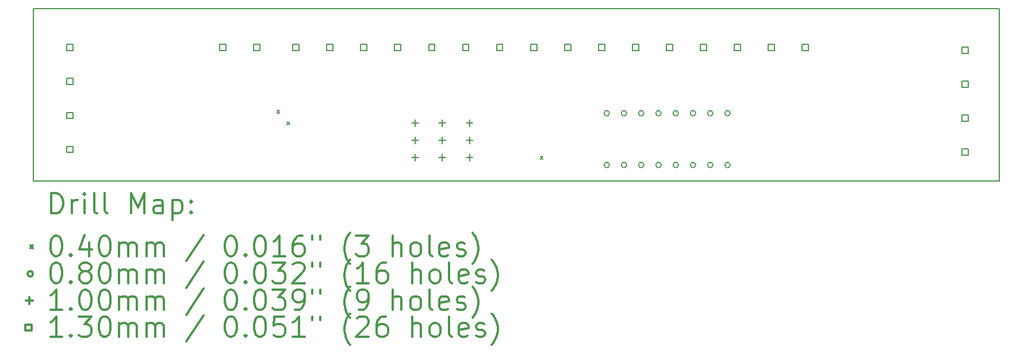
<source format=gbr>
%FSLAX45Y45*%
G04 Gerber Fmt 4.5, Leading zero omitted, Abs format (unit mm)*
G04 Created by KiCad (PCBNEW 4.0.6) date 02/01/18 18:05:08*
%MOMM*%
%LPD*%
G01*
G04 APERTURE LIST*
%ADD10C,0.127000*%
%ADD11C,0.150000*%
%ADD12C,0.200000*%
%ADD13C,0.300000*%
G04 APERTURE END LIST*
D10*
D11*
X21209000Y-7620000D02*
X6985000Y-7620000D01*
X21209000Y-10160000D02*
X21209000Y-7620000D01*
X6985000Y-10160000D02*
X21209000Y-10160000D01*
X6985000Y-7620000D02*
X6985000Y-10160000D01*
D12*
X10569840Y-9118400D02*
X10609840Y-9158400D01*
X10609840Y-9118400D02*
X10569840Y-9158400D01*
X10715400Y-9283400D02*
X10755400Y-9323400D01*
X10755400Y-9283400D02*
X10715400Y-9323400D01*
X14448370Y-9790930D02*
X14488370Y-9830930D01*
X14488370Y-9790930D02*
X14448370Y-9830930D01*
X15466405Y-9157400D02*
G75*
G03X15466405Y-9157400I-40005J0D01*
G01*
X15466405Y-9919400D02*
G75*
G03X15466405Y-9919400I-40005J0D01*
G01*
X15720405Y-9157400D02*
G75*
G03X15720405Y-9157400I-40005J0D01*
G01*
X15720405Y-9919400D02*
G75*
G03X15720405Y-9919400I-40005J0D01*
G01*
X15974405Y-9157400D02*
G75*
G03X15974405Y-9157400I-40005J0D01*
G01*
X15974405Y-9919400D02*
G75*
G03X15974405Y-9919400I-40005J0D01*
G01*
X16228405Y-9157400D02*
G75*
G03X16228405Y-9157400I-40005J0D01*
G01*
X16228405Y-9919400D02*
G75*
G03X16228405Y-9919400I-40005J0D01*
G01*
X16482405Y-9157400D02*
G75*
G03X16482405Y-9157400I-40005J0D01*
G01*
X16482405Y-9919400D02*
G75*
G03X16482405Y-9919400I-40005J0D01*
G01*
X16736405Y-9157400D02*
G75*
G03X16736405Y-9157400I-40005J0D01*
G01*
X16736405Y-9919400D02*
G75*
G03X16736405Y-9919400I-40005J0D01*
G01*
X16990405Y-9157400D02*
G75*
G03X16990405Y-9157400I-40005J0D01*
G01*
X16990405Y-9919400D02*
G75*
G03X16990405Y-9919400I-40005J0D01*
G01*
X17244405Y-9157400D02*
G75*
G03X17244405Y-9157400I-40005J0D01*
G01*
X17244405Y-9919400D02*
G75*
G03X17244405Y-9919400I-40005J0D01*
G01*
X12605400Y-9254362D02*
X12605400Y-9354438D01*
X12555362Y-9304400D02*
X12655438Y-9304400D01*
X12605400Y-9508362D02*
X12605400Y-9608438D01*
X12555362Y-9558400D02*
X12655438Y-9558400D01*
X12605400Y-9762362D02*
X12605400Y-9862438D01*
X12555362Y-9812400D02*
X12655438Y-9812400D01*
X13005400Y-9254362D02*
X13005400Y-9354438D01*
X12955362Y-9304400D02*
X13055438Y-9304400D01*
X13005400Y-9508362D02*
X13005400Y-9608438D01*
X12955362Y-9558400D02*
X13055438Y-9558400D01*
X13005400Y-9762362D02*
X13005400Y-9862438D01*
X12955362Y-9812400D02*
X13055438Y-9812400D01*
X13405400Y-9254362D02*
X13405400Y-9354438D01*
X13355362Y-9304400D02*
X13455438Y-9304400D01*
X13405400Y-9508362D02*
X13405400Y-9608438D01*
X13355362Y-9558400D02*
X13455438Y-9558400D01*
X13405400Y-9762362D02*
X13405400Y-9862438D01*
X13355362Y-9812400D02*
X13455438Y-9812400D01*
X7564362Y-8236762D02*
X7564362Y-8144838D01*
X7472438Y-8144838D01*
X7472438Y-8236762D01*
X7564362Y-8236762D01*
X7564362Y-8736762D02*
X7564362Y-8644838D01*
X7472438Y-8644838D01*
X7472438Y-8736762D01*
X7564362Y-8736762D01*
X7564362Y-9236762D02*
X7564362Y-9144838D01*
X7472438Y-9144838D01*
X7472438Y-9236762D01*
X7564362Y-9236762D01*
X7564362Y-9736762D02*
X7564362Y-9644838D01*
X7472438Y-9644838D01*
X7472438Y-9736762D01*
X7564362Y-9736762D01*
X9821362Y-8234362D02*
X9821362Y-8142438D01*
X9729438Y-8142438D01*
X9729438Y-8234362D01*
X9821362Y-8234362D01*
X10321362Y-8234362D02*
X10321362Y-8142438D01*
X10229438Y-8142438D01*
X10229438Y-8234362D01*
X10321362Y-8234362D01*
X10896362Y-8234362D02*
X10896362Y-8142438D01*
X10804438Y-8142438D01*
X10804438Y-8234362D01*
X10896362Y-8234362D01*
X11396362Y-8234362D02*
X11396362Y-8142438D01*
X11304438Y-8142438D01*
X11304438Y-8234362D01*
X11396362Y-8234362D01*
X11896362Y-8234362D02*
X11896362Y-8142438D01*
X11804438Y-8142438D01*
X11804438Y-8234362D01*
X11896362Y-8234362D01*
X12396362Y-8234362D02*
X12396362Y-8142438D01*
X12304438Y-8142438D01*
X12304438Y-8234362D01*
X12396362Y-8234362D01*
X12896362Y-8234362D02*
X12896362Y-8142438D01*
X12804438Y-8142438D01*
X12804438Y-8234362D01*
X12896362Y-8234362D01*
X13396362Y-8234362D02*
X13396362Y-8142438D01*
X13304438Y-8142438D01*
X13304438Y-8234362D01*
X13396362Y-8234362D01*
X13896362Y-8234362D02*
X13896362Y-8142438D01*
X13804438Y-8142438D01*
X13804438Y-8234362D01*
X13896362Y-8234362D01*
X14396362Y-8234362D02*
X14396362Y-8142438D01*
X14304438Y-8142438D01*
X14304438Y-8234362D01*
X14396362Y-8234362D01*
X14896362Y-8234362D02*
X14896362Y-8142438D01*
X14804438Y-8142438D01*
X14804438Y-8234362D01*
X14896362Y-8234362D01*
X15396362Y-8234362D02*
X15396362Y-8142438D01*
X15304438Y-8142438D01*
X15304438Y-8234362D01*
X15396362Y-8234362D01*
X15896362Y-8234362D02*
X15896362Y-8142438D01*
X15804438Y-8142438D01*
X15804438Y-8234362D01*
X15896362Y-8234362D01*
X16396362Y-8234362D02*
X16396362Y-8142438D01*
X16304438Y-8142438D01*
X16304438Y-8234362D01*
X16396362Y-8234362D01*
X16896362Y-8234362D02*
X16896362Y-8142438D01*
X16804438Y-8142438D01*
X16804438Y-8234362D01*
X16896362Y-8234362D01*
X17396362Y-8234362D02*
X17396362Y-8142438D01*
X17304438Y-8142438D01*
X17304438Y-8234362D01*
X17396362Y-8234362D01*
X17896362Y-8234362D02*
X17896362Y-8142438D01*
X17804438Y-8142438D01*
X17804438Y-8234362D01*
X17896362Y-8234362D01*
X18396362Y-8234362D02*
X18396362Y-8142438D01*
X18304438Y-8142438D01*
X18304438Y-8234362D01*
X18396362Y-8234362D01*
X20746962Y-8274862D02*
X20746962Y-8182938D01*
X20655038Y-8182938D01*
X20655038Y-8274862D01*
X20746962Y-8274862D01*
X20746962Y-8774862D02*
X20746962Y-8682938D01*
X20655038Y-8682938D01*
X20655038Y-8774862D01*
X20746962Y-8774862D01*
X20746962Y-9274862D02*
X20746962Y-9182938D01*
X20655038Y-9182938D01*
X20655038Y-9274862D01*
X20746962Y-9274862D01*
X20746962Y-9774862D02*
X20746962Y-9682938D01*
X20655038Y-9682938D01*
X20655038Y-9774862D01*
X20746962Y-9774862D01*
D13*
X7248928Y-10633214D02*
X7248928Y-10333214D01*
X7320357Y-10333214D01*
X7363214Y-10347500D01*
X7391786Y-10376072D01*
X7406071Y-10404643D01*
X7420357Y-10461786D01*
X7420357Y-10504643D01*
X7406071Y-10561786D01*
X7391786Y-10590357D01*
X7363214Y-10618929D01*
X7320357Y-10633214D01*
X7248928Y-10633214D01*
X7548928Y-10633214D02*
X7548928Y-10433214D01*
X7548928Y-10490357D02*
X7563214Y-10461786D01*
X7577500Y-10447500D01*
X7606071Y-10433214D01*
X7634643Y-10433214D01*
X7734643Y-10633214D02*
X7734643Y-10433214D01*
X7734643Y-10333214D02*
X7720357Y-10347500D01*
X7734643Y-10361786D01*
X7748928Y-10347500D01*
X7734643Y-10333214D01*
X7734643Y-10361786D01*
X7920357Y-10633214D02*
X7891786Y-10618929D01*
X7877500Y-10590357D01*
X7877500Y-10333214D01*
X8077500Y-10633214D02*
X8048928Y-10618929D01*
X8034643Y-10590357D01*
X8034643Y-10333214D01*
X8420357Y-10633214D02*
X8420357Y-10333214D01*
X8520357Y-10547500D01*
X8620357Y-10333214D01*
X8620357Y-10633214D01*
X8891786Y-10633214D02*
X8891786Y-10476072D01*
X8877500Y-10447500D01*
X8848929Y-10433214D01*
X8791786Y-10433214D01*
X8763214Y-10447500D01*
X8891786Y-10618929D02*
X8863214Y-10633214D01*
X8791786Y-10633214D01*
X8763214Y-10618929D01*
X8748929Y-10590357D01*
X8748929Y-10561786D01*
X8763214Y-10533214D01*
X8791786Y-10518929D01*
X8863214Y-10518929D01*
X8891786Y-10504643D01*
X9034643Y-10433214D02*
X9034643Y-10733214D01*
X9034643Y-10447500D02*
X9063214Y-10433214D01*
X9120357Y-10433214D01*
X9148929Y-10447500D01*
X9163214Y-10461786D01*
X9177500Y-10490357D01*
X9177500Y-10576072D01*
X9163214Y-10604643D01*
X9148929Y-10618929D01*
X9120357Y-10633214D01*
X9063214Y-10633214D01*
X9034643Y-10618929D01*
X9306071Y-10604643D02*
X9320357Y-10618929D01*
X9306071Y-10633214D01*
X9291786Y-10618929D01*
X9306071Y-10604643D01*
X9306071Y-10633214D01*
X9306071Y-10447500D02*
X9320357Y-10461786D01*
X9306071Y-10476072D01*
X9291786Y-10461786D01*
X9306071Y-10447500D01*
X9306071Y-10476072D01*
X6937500Y-11107500D02*
X6977500Y-11147500D01*
X6977500Y-11107500D02*
X6937500Y-11147500D01*
X7306071Y-10963214D02*
X7334643Y-10963214D01*
X7363214Y-10977500D01*
X7377500Y-10991786D01*
X7391786Y-11020357D01*
X7406071Y-11077500D01*
X7406071Y-11148929D01*
X7391786Y-11206071D01*
X7377500Y-11234643D01*
X7363214Y-11248929D01*
X7334643Y-11263214D01*
X7306071Y-11263214D01*
X7277500Y-11248929D01*
X7263214Y-11234643D01*
X7248928Y-11206071D01*
X7234643Y-11148929D01*
X7234643Y-11077500D01*
X7248928Y-11020357D01*
X7263214Y-10991786D01*
X7277500Y-10977500D01*
X7306071Y-10963214D01*
X7534643Y-11234643D02*
X7548928Y-11248929D01*
X7534643Y-11263214D01*
X7520357Y-11248929D01*
X7534643Y-11234643D01*
X7534643Y-11263214D01*
X7806071Y-11063214D02*
X7806071Y-11263214D01*
X7734643Y-10948929D02*
X7663214Y-11163214D01*
X7848928Y-11163214D01*
X8020357Y-10963214D02*
X8048928Y-10963214D01*
X8077500Y-10977500D01*
X8091786Y-10991786D01*
X8106071Y-11020357D01*
X8120357Y-11077500D01*
X8120357Y-11148929D01*
X8106071Y-11206071D01*
X8091786Y-11234643D01*
X8077500Y-11248929D01*
X8048928Y-11263214D01*
X8020357Y-11263214D01*
X7991786Y-11248929D01*
X7977500Y-11234643D01*
X7963214Y-11206071D01*
X7948928Y-11148929D01*
X7948928Y-11077500D01*
X7963214Y-11020357D01*
X7977500Y-10991786D01*
X7991786Y-10977500D01*
X8020357Y-10963214D01*
X8248928Y-11263214D02*
X8248928Y-11063214D01*
X8248928Y-11091786D02*
X8263214Y-11077500D01*
X8291786Y-11063214D01*
X8334643Y-11063214D01*
X8363214Y-11077500D01*
X8377500Y-11106072D01*
X8377500Y-11263214D01*
X8377500Y-11106072D02*
X8391786Y-11077500D01*
X8420357Y-11063214D01*
X8463214Y-11063214D01*
X8491786Y-11077500D01*
X8506071Y-11106072D01*
X8506071Y-11263214D01*
X8648929Y-11263214D02*
X8648929Y-11063214D01*
X8648929Y-11091786D02*
X8663214Y-11077500D01*
X8691786Y-11063214D01*
X8734643Y-11063214D01*
X8763214Y-11077500D01*
X8777500Y-11106072D01*
X8777500Y-11263214D01*
X8777500Y-11106072D02*
X8791786Y-11077500D01*
X8820357Y-11063214D01*
X8863214Y-11063214D01*
X8891786Y-11077500D01*
X8906071Y-11106072D01*
X8906071Y-11263214D01*
X9491786Y-10948929D02*
X9234643Y-11334643D01*
X9877500Y-10963214D02*
X9906071Y-10963214D01*
X9934643Y-10977500D01*
X9948928Y-10991786D01*
X9963214Y-11020357D01*
X9977500Y-11077500D01*
X9977500Y-11148929D01*
X9963214Y-11206071D01*
X9948928Y-11234643D01*
X9934643Y-11248929D01*
X9906071Y-11263214D01*
X9877500Y-11263214D01*
X9848928Y-11248929D01*
X9834643Y-11234643D01*
X9820357Y-11206071D01*
X9806071Y-11148929D01*
X9806071Y-11077500D01*
X9820357Y-11020357D01*
X9834643Y-10991786D01*
X9848928Y-10977500D01*
X9877500Y-10963214D01*
X10106071Y-11234643D02*
X10120357Y-11248929D01*
X10106071Y-11263214D01*
X10091786Y-11248929D01*
X10106071Y-11234643D01*
X10106071Y-11263214D01*
X10306071Y-10963214D02*
X10334643Y-10963214D01*
X10363214Y-10977500D01*
X10377500Y-10991786D01*
X10391786Y-11020357D01*
X10406071Y-11077500D01*
X10406071Y-11148929D01*
X10391786Y-11206071D01*
X10377500Y-11234643D01*
X10363214Y-11248929D01*
X10334643Y-11263214D01*
X10306071Y-11263214D01*
X10277500Y-11248929D01*
X10263214Y-11234643D01*
X10248928Y-11206071D01*
X10234643Y-11148929D01*
X10234643Y-11077500D01*
X10248928Y-11020357D01*
X10263214Y-10991786D01*
X10277500Y-10977500D01*
X10306071Y-10963214D01*
X10691786Y-11263214D02*
X10520357Y-11263214D01*
X10606071Y-11263214D02*
X10606071Y-10963214D01*
X10577500Y-11006072D01*
X10548928Y-11034643D01*
X10520357Y-11048929D01*
X10948928Y-10963214D02*
X10891786Y-10963214D01*
X10863214Y-10977500D01*
X10848928Y-10991786D01*
X10820357Y-11034643D01*
X10806071Y-11091786D01*
X10806071Y-11206071D01*
X10820357Y-11234643D01*
X10834643Y-11248929D01*
X10863214Y-11263214D01*
X10920357Y-11263214D01*
X10948928Y-11248929D01*
X10963214Y-11234643D01*
X10977500Y-11206071D01*
X10977500Y-11134643D01*
X10963214Y-11106072D01*
X10948928Y-11091786D01*
X10920357Y-11077500D01*
X10863214Y-11077500D01*
X10834643Y-11091786D01*
X10820357Y-11106072D01*
X10806071Y-11134643D01*
X11091786Y-10963214D02*
X11091786Y-11020357D01*
X11206071Y-10963214D02*
X11206071Y-11020357D01*
X11648928Y-11377500D02*
X11634643Y-11363214D01*
X11606071Y-11320357D01*
X11591785Y-11291786D01*
X11577500Y-11248929D01*
X11563214Y-11177500D01*
X11563214Y-11120357D01*
X11577500Y-11048929D01*
X11591785Y-11006072D01*
X11606071Y-10977500D01*
X11634643Y-10934643D01*
X11648928Y-10920357D01*
X11734643Y-10963214D02*
X11920357Y-10963214D01*
X11820357Y-11077500D01*
X11863214Y-11077500D01*
X11891785Y-11091786D01*
X11906071Y-11106072D01*
X11920357Y-11134643D01*
X11920357Y-11206071D01*
X11906071Y-11234643D01*
X11891785Y-11248929D01*
X11863214Y-11263214D01*
X11777500Y-11263214D01*
X11748928Y-11248929D01*
X11734643Y-11234643D01*
X12277500Y-11263214D02*
X12277500Y-10963214D01*
X12406071Y-11263214D02*
X12406071Y-11106072D01*
X12391785Y-11077500D01*
X12363214Y-11063214D01*
X12320357Y-11063214D01*
X12291785Y-11077500D01*
X12277500Y-11091786D01*
X12591785Y-11263214D02*
X12563214Y-11248929D01*
X12548928Y-11234643D01*
X12534643Y-11206071D01*
X12534643Y-11120357D01*
X12548928Y-11091786D01*
X12563214Y-11077500D01*
X12591785Y-11063214D01*
X12634643Y-11063214D01*
X12663214Y-11077500D01*
X12677500Y-11091786D01*
X12691785Y-11120357D01*
X12691785Y-11206071D01*
X12677500Y-11234643D01*
X12663214Y-11248929D01*
X12634643Y-11263214D01*
X12591785Y-11263214D01*
X12863214Y-11263214D02*
X12834643Y-11248929D01*
X12820357Y-11220357D01*
X12820357Y-10963214D01*
X13091786Y-11248929D02*
X13063214Y-11263214D01*
X13006071Y-11263214D01*
X12977500Y-11248929D01*
X12963214Y-11220357D01*
X12963214Y-11106072D01*
X12977500Y-11077500D01*
X13006071Y-11063214D01*
X13063214Y-11063214D01*
X13091786Y-11077500D01*
X13106071Y-11106072D01*
X13106071Y-11134643D01*
X12963214Y-11163214D01*
X13220357Y-11248929D02*
X13248928Y-11263214D01*
X13306071Y-11263214D01*
X13334643Y-11248929D01*
X13348928Y-11220357D01*
X13348928Y-11206071D01*
X13334643Y-11177500D01*
X13306071Y-11163214D01*
X13263214Y-11163214D01*
X13234643Y-11148929D01*
X13220357Y-11120357D01*
X13220357Y-11106072D01*
X13234643Y-11077500D01*
X13263214Y-11063214D01*
X13306071Y-11063214D01*
X13334643Y-11077500D01*
X13448928Y-11377500D02*
X13463214Y-11363214D01*
X13491786Y-11320357D01*
X13506071Y-11291786D01*
X13520357Y-11248929D01*
X13534643Y-11177500D01*
X13534643Y-11120357D01*
X13520357Y-11048929D01*
X13506071Y-11006072D01*
X13491786Y-10977500D01*
X13463214Y-10934643D01*
X13448928Y-10920357D01*
X6977500Y-11523500D02*
G75*
G03X6977500Y-11523500I-40005J0D01*
G01*
X7306071Y-11359214D02*
X7334643Y-11359214D01*
X7363214Y-11373500D01*
X7377500Y-11387786D01*
X7391786Y-11416357D01*
X7406071Y-11473500D01*
X7406071Y-11544929D01*
X7391786Y-11602071D01*
X7377500Y-11630643D01*
X7363214Y-11644929D01*
X7334643Y-11659214D01*
X7306071Y-11659214D01*
X7277500Y-11644929D01*
X7263214Y-11630643D01*
X7248928Y-11602071D01*
X7234643Y-11544929D01*
X7234643Y-11473500D01*
X7248928Y-11416357D01*
X7263214Y-11387786D01*
X7277500Y-11373500D01*
X7306071Y-11359214D01*
X7534643Y-11630643D02*
X7548928Y-11644929D01*
X7534643Y-11659214D01*
X7520357Y-11644929D01*
X7534643Y-11630643D01*
X7534643Y-11659214D01*
X7720357Y-11487786D02*
X7691786Y-11473500D01*
X7677500Y-11459214D01*
X7663214Y-11430643D01*
X7663214Y-11416357D01*
X7677500Y-11387786D01*
X7691786Y-11373500D01*
X7720357Y-11359214D01*
X7777500Y-11359214D01*
X7806071Y-11373500D01*
X7820357Y-11387786D01*
X7834643Y-11416357D01*
X7834643Y-11430643D01*
X7820357Y-11459214D01*
X7806071Y-11473500D01*
X7777500Y-11487786D01*
X7720357Y-11487786D01*
X7691786Y-11502071D01*
X7677500Y-11516357D01*
X7663214Y-11544929D01*
X7663214Y-11602071D01*
X7677500Y-11630643D01*
X7691786Y-11644929D01*
X7720357Y-11659214D01*
X7777500Y-11659214D01*
X7806071Y-11644929D01*
X7820357Y-11630643D01*
X7834643Y-11602071D01*
X7834643Y-11544929D01*
X7820357Y-11516357D01*
X7806071Y-11502071D01*
X7777500Y-11487786D01*
X8020357Y-11359214D02*
X8048928Y-11359214D01*
X8077500Y-11373500D01*
X8091786Y-11387786D01*
X8106071Y-11416357D01*
X8120357Y-11473500D01*
X8120357Y-11544929D01*
X8106071Y-11602071D01*
X8091786Y-11630643D01*
X8077500Y-11644929D01*
X8048928Y-11659214D01*
X8020357Y-11659214D01*
X7991786Y-11644929D01*
X7977500Y-11630643D01*
X7963214Y-11602071D01*
X7948928Y-11544929D01*
X7948928Y-11473500D01*
X7963214Y-11416357D01*
X7977500Y-11387786D01*
X7991786Y-11373500D01*
X8020357Y-11359214D01*
X8248928Y-11659214D02*
X8248928Y-11459214D01*
X8248928Y-11487786D02*
X8263214Y-11473500D01*
X8291786Y-11459214D01*
X8334643Y-11459214D01*
X8363214Y-11473500D01*
X8377500Y-11502071D01*
X8377500Y-11659214D01*
X8377500Y-11502071D02*
X8391786Y-11473500D01*
X8420357Y-11459214D01*
X8463214Y-11459214D01*
X8491786Y-11473500D01*
X8506071Y-11502071D01*
X8506071Y-11659214D01*
X8648929Y-11659214D02*
X8648929Y-11459214D01*
X8648929Y-11487786D02*
X8663214Y-11473500D01*
X8691786Y-11459214D01*
X8734643Y-11459214D01*
X8763214Y-11473500D01*
X8777500Y-11502071D01*
X8777500Y-11659214D01*
X8777500Y-11502071D02*
X8791786Y-11473500D01*
X8820357Y-11459214D01*
X8863214Y-11459214D01*
X8891786Y-11473500D01*
X8906071Y-11502071D01*
X8906071Y-11659214D01*
X9491786Y-11344929D02*
X9234643Y-11730643D01*
X9877500Y-11359214D02*
X9906071Y-11359214D01*
X9934643Y-11373500D01*
X9948928Y-11387786D01*
X9963214Y-11416357D01*
X9977500Y-11473500D01*
X9977500Y-11544929D01*
X9963214Y-11602071D01*
X9948928Y-11630643D01*
X9934643Y-11644929D01*
X9906071Y-11659214D01*
X9877500Y-11659214D01*
X9848928Y-11644929D01*
X9834643Y-11630643D01*
X9820357Y-11602071D01*
X9806071Y-11544929D01*
X9806071Y-11473500D01*
X9820357Y-11416357D01*
X9834643Y-11387786D01*
X9848928Y-11373500D01*
X9877500Y-11359214D01*
X10106071Y-11630643D02*
X10120357Y-11644929D01*
X10106071Y-11659214D01*
X10091786Y-11644929D01*
X10106071Y-11630643D01*
X10106071Y-11659214D01*
X10306071Y-11359214D02*
X10334643Y-11359214D01*
X10363214Y-11373500D01*
X10377500Y-11387786D01*
X10391786Y-11416357D01*
X10406071Y-11473500D01*
X10406071Y-11544929D01*
X10391786Y-11602071D01*
X10377500Y-11630643D01*
X10363214Y-11644929D01*
X10334643Y-11659214D01*
X10306071Y-11659214D01*
X10277500Y-11644929D01*
X10263214Y-11630643D01*
X10248928Y-11602071D01*
X10234643Y-11544929D01*
X10234643Y-11473500D01*
X10248928Y-11416357D01*
X10263214Y-11387786D01*
X10277500Y-11373500D01*
X10306071Y-11359214D01*
X10506071Y-11359214D02*
X10691786Y-11359214D01*
X10591786Y-11473500D01*
X10634643Y-11473500D01*
X10663214Y-11487786D01*
X10677500Y-11502071D01*
X10691786Y-11530643D01*
X10691786Y-11602071D01*
X10677500Y-11630643D01*
X10663214Y-11644929D01*
X10634643Y-11659214D01*
X10548928Y-11659214D01*
X10520357Y-11644929D01*
X10506071Y-11630643D01*
X10806071Y-11387786D02*
X10820357Y-11373500D01*
X10848928Y-11359214D01*
X10920357Y-11359214D01*
X10948928Y-11373500D01*
X10963214Y-11387786D01*
X10977500Y-11416357D01*
X10977500Y-11444929D01*
X10963214Y-11487786D01*
X10791786Y-11659214D01*
X10977500Y-11659214D01*
X11091786Y-11359214D02*
X11091786Y-11416357D01*
X11206071Y-11359214D02*
X11206071Y-11416357D01*
X11648928Y-11773500D02*
X11634643Y-11759214D01*
X11606071Y-11716357D01*
X11591785Y-11687786D01*
X11577500Y-11644929D01*
X11563214Y-11573500D01*
X11563214Y-11516357D01*
X11577500Y-11444929D01*
X11591785Y-11402071D01*
X11606071Y-11373500D01*
X11634643Y-11330643D01*
X11648928Y-11316357D01*
X11920357Y-11659214D02*
X11748928Y-11659214D01*
X11834643Y-11659214D02*
X11834643Y-11359214D01*
X11806071Y-11402071D01*
X11777500Y-11430643D01*
X11748928Y-11444929D01*
X12177500Y-11359214D02*
X12120357Y-11359214D01*
X12091785Y-11373500D01*
X12077500Y-11387786D01*
X12048928Y-11430643D01*
X12034643Y-11487786D01*
X12034643Y-11602071D01*
X12048928Y-11630643D01*
X12063214Y-11644929D01*
X12091785Y-11659214D01*
X12148928Y-11659214D01*
X12177500Y-11644929D01*
X12191785Y-11630643D01*
X12206071Y-11602071D01*
X12206071Y-11530643D01*
X12191785Y-11502071D01*
X12177500Y-11487786D01*
X12148928Y-11473500D01*
X12091785Y-11473500D01*
X12063214Y-11487786D01*
X12048928Y-11502071D01*
X12034643Y-11530643D01*
X12563214Y-11659214D02*
X12563214Y-11359214D01*
X12691785Y-11659214D02*
X12691785Y-11502071D01*
X12677500Y-11473500D01*
X12648928Y-11459214D01*
X12606071Y-11459214D01*
X12577500Y-11473500D01*
X12563214Y-11487786D01*
X12877500Y-11659214D02*
X12848928Y-11644929D01*
X12834643Y-11630643D01*
X12820357Y-11602071D01*
X12820357Y-11516357D01*
X12834643Y-11487786D01*
X12848928Y-11473500D01*
X12877500Y-11459214D01*
X12920357Y-11459214D01*
X12948928Y-11473500D01*
X12963214Y-11487786D01*
X12977500Y-11516357D01*
X12977500Y-11602071D01*
X12963214Y-11630643D01*
X12948928Y-11644929D01*
X12920357Y-11659214D01*
X12877500Y-11659214D01*
X13148928Y-11659214D02*
X13120357Y-11644929D01*
X13106071Y-11616357D01*
X13106071Y-11359214D01*
X13377500Y-11644929D02*
X13348928Y-11659214D01*
X13291786Y-11659214D01*
X13263214Y-11644929D01*
X13248928Y-11616357D01*
X13248928Y-11502071D01*
X13263214Y-11473500D01*
X13291786Y-11459214D01*
X13348928Y-11459214D01*
X13377500Y-11473500D01*
X13391786Y-11502071D01*
X13391786Y-11530643D01*
X13248928Y-11559214D01*
X13506071Y-11644929D02*
X13534643Y-11659214D01*
X13591786Y-11659214D01*
X13620357Y-11644929D01*
X13634643Y-11616357D01*
X13634643Y-11602071D01*
X13620357Y-11573500D01*
X13591786Y-11559214D01*
X13548928Y-11559214D01*
X13520357Y-11544929D01*
X13506071Y-11516357D01*
X13506071Y-11502071D01*
X13520357Y-11473500D01*
X13548928Y-11459214D01*
X13591786Y-11459214D01*
X13620357Y-11473500D01*
X13734643Y-11773500D02*
X13748928Y-11759214D01*
X13777500Y-11716357D01*
X13791786Y-11687786D01*
X13806071Y-11644929D01*
X13820357Y-11573500D01*
X13820357Y-11516357D01*
X13806071Y-11444929D01*
X13791786Y-11402071D01*
X13777500Y-11373500D01*
X13748928Y-11330643D01*
X13734643Y-11316357D01*
X6927462Y-11869462D02*
X6927462Y-11969538D01*
X6877424Y-11919500D02*
X6977500Y-11919500D01*
X7406071Y-12055214D02*
X7234643Y-12055214D01*
X7320357Y-12055214D02*
X7320357Y-11755214D01*
X7291786Y-11798071D01*
X7263214Y-11826643D01*
X7234643Y-11840929D01*
X7534643Y-12026643D02*
X7548928Y-12040929D01*
X7534643Y-12055214D01*
X7520357Y-12040929D01*
X7534643Y-12026643D01*
X7534643Y-12055214D01*
X7734643Y-11755214D02*
X7763214Y-11755214D01*
X7791786Y-11769500D01*
X7806071Y-11783786D01*
X7820357Y-11812357D01*
X7834643Y-11869500D01*
X7834643Y-11940929D01*
X7820357Y-11998071D01*
X7806071Y-12026643D01*
X7791786Y-12040929D01*
X7763214Y-12055214D01*
X7734643Y-12055214D01*
X7706071Y-12040929D01*
X7691786Y-12026643D01*
X7677500Y-11998071D01*
X7663214Y-11940929D01*
X7663214Y-11869500D01*
X7677500Y-11812357D01*
X7691786Y-11783786D01*
X7706071Y-11769500D01*
X7734643Y-11755214D01*
X8020357Y-11755214D02*
X8048928Y-11755214D01*
X8077500Y-11769500D01*
X8091786Y-11783786D01*
X8106071Y-11812357D01*
X8120357Y-11869500D01*
X8120357Y-11940929D01*
X8106071Y-11998071D01*
X8091786Y-12026643D01*
X8077500Y-12040929D01*
X8048928Y-12055214D01*
X8020357Y-12055214D01*
X7991786Y-12040929D01*
X7977500Y-12026643D01*
X7963214Y-11998071D01*
X7948928Y-11940929D01*
X7948928Y-11869500D01*
X7963214Y-11812357D01*
X7977500Y-11783786D01*
X7991786Y-11769500D01*
X8020357Y-11755214D01*
X8248928Y-12055214D02*
X8248928Y-11855214D01*
X8248928Y-11883786D02*
X8263214Y-11869500D01*
X8291786Y-11855214D01*
X8334643Y-11855214D01*
X8363214Y-11869500D01*
X8377500Y-11898071D01*
X8377500Y-12055214D01*
X8377500Y-11898071D02*
X8391786Y-11869500D01*
X8420357Y-11855214D01*
X8463214Y-11855214D01*
X8491786Y-11869500D01*
X8506071Y-11898071D01*
X8506071Y-12055214D01*
X8648929Y-12055214D02*
X8648929Y-11855214D01*
X8648929Y-11883786D02*
X8663214Y-11869500D01*
X8691786Y-11855214D01*
X8734643Y-11855214D01*
X8763214Y-11869500D01*
X8777500Y-11898071D01*
X8777500Y-12055214D01*
X8777500Y-11898071D02*
X8791786Y-11869500D01*
X8820357Y-11855214D01*
X8863214Y-11855214D01*
X8891786Y-11869500D01*
X8906071Y-11898071D01*
X8906071Y-12055214D01*
X9491786Y-11740929D02*
X9234643Y-12126643D01*
X9877500Y-11755214D02*
X9906071Y-11755214D01*
X9934643Y-11769500D01*
X9948928Y-11783786D01*
X9963214Y-11812357D01*
X9977500Y-11869500D01*
X9977500Y-11940929D01*
X9963214Y-11998071D01*
X9948928Y-12026643D01*
X9934643Y-12040929D01*
X9906071Y-12055214D01*
X9877500Y-12055214D01*
X9848928Y-12040929D01*
X9834643Y-12026643D01*
X9820357Y-11998071D01*
X9806071Y-11940929D01*
X9806071Y-11869500D01*
X9820357Y-11812357D01*
X9834643Y-11783786D01*
X9848928Y-11769500D01*
X9877500Y-11755214D01*
X10106071Y-12026643D02*
X10120357Y-12040929D01*
X10106071Y-12055214D01*
X10091786Y-12040929D01*
X10106071Y-12026643D01*
X10106071Y-12055214D01*
X10306071Y-11755214D02*
X10334643Y-11755214D01*
X10363214Y-11769500D01*
X10377500Y-11783786D01*
X10391786Y-11812357D01*
X10406071Y-11869500D01*
X10406071Y-11940929D01*
X10391786Y-11998071D01*
X10377500Y-12026643D01*
X10363214Y-12040929D01*
X10334643Y-12055214D01*
X10306071Y-12055214D01*
X10277500Y-12040929D01*
X10263214Y-12026643D01*
X10248928Y-11998071D01*
X10234643Y-11940929D01*
X10234643Y-11869500D01*
X10248928Y-11812357D01*
X10263214Y-11783786D01*
X10277500Y-11769500D01*
X10306071Y-11755214D01*
X10506071Y-11755214D02*
X10691786Y-11755214D01*
X10591786Y-11869500D01*
X10634643Y-11869500D01*
X10663214Y-11883786D01*
X10677500Y-11898071D01*
X10691786Y-11926643D01*
X10691786Y-11998071D01*
X10677500Y-12026643D01*
X10663214Y-12040929D01*
X10634643Y-12055214D01*
X10548928Y-12055214D01*
X10520357Y-12040929D01*
X10506071Y-12026643D01*
X10834643Y-12055214D02*
X10891786Y-12055214D01*
X10920357Y-12040929D01*
X10934643Y-12026643D01*
X10963214Y-11983786D01*
X10977500Y-11926643D01*
X10977500Y-11812357D01*
X10963214Y-11783786D01*
X10948928Y-11769500D01*
X10920357Y-11755214D01*
X10863214Y-11755214D01*
X10834643Y-11769500D01*
X10820357Y-11783786D01*
X10806071Y-11812357D01*
X10806071Y-11883786D01*
X10820357Y-11912357D01*
X10834643Y-11926643D01*
X10863214Y-11940929D01*
X10920357Y-11940929D01*
X10948928Y-11926643D01*
X10963214Y-11912357D01*
X10977500Y-11883786D01*
X11091786Y-11755214D02*
X11091786Y-11812357D01*
X11206071Y-11755214D02*
X11206071Y-11812357D01*
X11648928Y-12169500D02*
X11634643Y-12155214D01*
X11606071Y-12112357D01*
X11591785Y-12083786D01*
X11577500Y-12040929D01*
X11563214Y-11969500D01*
X11563214Y-11912357D01*
X11577500Y-11840929D01*
X11591785Y-11798071D01*
X11606071Y-11769500D01*
X11634643Y-11726643D01*
X11648928Y-11712357D01*
X11777500Y-12055214D02*
X11834643Y-12055214D01*
X11863214Y-12040929D01*
X11877500Y-12026643D01*
X11906071Y-11983786D01*
X11920357Y-11926643D01*
X11920357Y-11812357D01*
X11906071Y-11783786D01*
X11891785Y-11769500D01*
X11863214Y-11755214D01*
X11806071Y-11755214D01*
X11777500Y-11769500D01*
X11763214Y-11783786D01*
X11748928Y-11812357D01*
X11748928Y-11883786D01*
X11763214Y-11912357D01*
X11777500Y-11926643D01*
X11806071Y-11940929D01*
X11863214Y-11940929D01*
X11891785Y-11926643D01*
X11906071Y-11912357D01*
X11920357Y-11883786D01*
X12277500Y-12055214D02*
X12277500Y-11755214D01*
X12406071Y-12055214D02*
X12406071Y-11898071D01*
X12391785Y-11869500D01*
X12363214Y-11855214D01*
X12320357Y-11855214D01*
X12291785Y-11869500D01*
X12277500Y-11883786D01*
X12591785Y-12055214D02*
X12563214Y-12040929D01*
X12548928Y-12026643D01*
X12534643Y-11998071D01*
X12534643Y-11912357D01*
X12548928Y-11883786D01*
X12563214Y-11869500D01*
X12591785Y-11855214D01*
X12634643Y-11855214D01*
X12663214Y-11869500D01*
X12677500Y-11883786D01*
X12691785Y-11912357D01*
X12691785Y-11998071D01*
X12677500Y-12026643D01*
X12663214Y-12040929D01*
X12634643Y-12055214D01*
X12591785Y-12055214D01*
X12863214Y-12055214D02*
X12834643Y-12040929D01*
X12820357Y-12012357D01*
X12820357Y-11755214D01*
X13091786Y-12040929D02*
X13063214Y-12055214D01*
X13006071Y-12055214D01*
X12977500Y-12040929D01*
X12963214Y-12012357D01*
X12963214Y-11898071D01*
X12977500Y-11869500D01*
X13006071Y-11855214D01*
X13063214Y-11855214D01*
X13091786Y-11869500D01*
X13106071Y-11898071D01*
X13106071Y-11926643D01*
X12963214Y-11955214D01*
X13220357Y-12040929D02*
X13248928Y-12055214D01*
X13306071Y-12055214D01*
X13334643Y-12040929D01*
X13348928Y-12012357D01*
X13348928Y-11998071D01*
X13334643Y-11969500D01*
X13306071Y-11955214D01*
X13263214Y-11955214D01*
X13234643Y-11940929D01*
X13220357Y-11912357D01*
X13220357Y-11898071D01*
X13234643Y-11869500D01*
X13263214Y-11855214D01*
X13306071Y-11855214D01*
X13334643Y-11869500D01*
X13448928Y-12169500D02*
X13463214Y-12155214D01*
X13491786Y-12112357D01*
X13506071Y-12083786D01*
X13520357Y-12040929D01*
X13534643Y-11969500D01*
X13534643Y-11912357D01*
X13520357Y-11840929D01*
X13506071Y-11798071D01*
X13491786Y-11769500D01*
X13463214Y-11726643D01*
X13448928Y-11712357D01*
X6958462Y-12361462D02*
X6958462Y-12269538D01*
X6866537Y-12269538D01*
X6866537Y-12361462D01*
X6958462Y-12361462D01*
X7406071Y-12451214D02*
X7234643Y-12451214D01*
X7320357Y-12451214D02*
X7320357Y-12151214D01*
X7291786Y-12194071D01*
X7263214Y-12222643D01*
X7234643Y-12236929D01*
X7534643Y-12422643D02*
X7548928Y-12436929D01*
X7534643Y-12451214D01*
X7520357Y-12436929D01*
X7534643Y-12422643D01*
X7534643Y-12451214D01*
X7648928Y-12151214D02*
X7834643Y-12151214D01*
X7734643Y-12265500D01*
X7777500Y-12265500D01*
X7806071Y-12279786D01*
X7820357Y-12294071D01*
X7834643Y-12322643D01*
X7834643Y-12394071D01*
X7820357Y-12422643D01*
X7806071Y-12436929D01*
X7777500Y-12451214D01*
X7691786Y-12451214D01*
X7663214Y-12436929D01*
X7648928Y-12422643D01*
X8020357Y-12151214D02*
X8048928Y-12151214D01*
X8077500Y-12165500D01*
X8091786Y-12179786D01*
X8106071Y-12208357D01*
X8120357Y-12265500D01*
X8120357Y-12336929D01*
X8106071Y-12394071D01*
X8091786Y-12422643D01*
X8077500Y-12436929D01*
X8048928Y-12451214D01*
X8020357Y-12451214D01*
X7991786Y-12436929D01*
X7977500Y-12422643D01*
X7963214Y-12394071D01*
X7948928Y-12336929D01*
X7948928Y-12265500D01*
X7963214Y-12208357D01*
X7977500Y-12179786D01*
X7991786Y-12165500D01*
X8020357Y-12151214D01*
X8248928Y-12451214D02*
X8248928Y-12251214D01*
X8248928Y-12279786D02*
X8263214Y-12265500D01*
X8291786Y-12251214D01*
X8334643Y-12251214D01*
X8363214Y-12265500D01*
X8377500Y-12294071D01*
X8377500Y-12451214D01*
X8377500Y-12294071D02*
X8391786Y-12265500D01*
X8420357Y-12251214D01*
X8463214Y-12251214D01*
X8491786Y-12265500D01*
X8506071Y-12294071D01*
X8506071Y-12451214D01*
X8648929Y-12451214D02*
X8648929Y-12251214D01*
X8648929Y-12279786D02*
X8663214Y-12265500D01*
X8691786Y-12251214D01*
X8734643Y-12251214D01*
X8763214Y-12265500D01*
X8777500Y-12294071D01*
X8777500Y-12451214D01*
X8777500Y-12294071D02*
X8791786Y-12265500D01*
X8820357Y-12251214D01*
X8863214Y-12251214D01*
X8891786Y-12265500D01*
X8906071Y-12294071D01*
X8906071Y-12451214D01*
X9491786Y-12136929D02*
X9234643Y-12522643D01*
X9877500Y-12151214D02*
X9906071Y-12151214D01*
X9934643Y-12165500D01*
X9948928Y-12179786D01*
X9963214Y-12208357D01*
X9977500Y-12265500D01*
X9977500Y-12336929D01*
X9963214Y-12394071D01*
X9948928Y-12422643D01*
X9934643Y-12436929D01*
X9906071Y-12451214D01*
X9877500Y-12451214D01*
X9848928Y-12436929D01*
X9834643Y-12422643D01*
X9820357Y-12394071D01*
X9806071Y-12336929D01*
X9806071Y-12265500D01*
X9820357Y-12208357D01*
X9834643Y-12179786D01*
X9848928Y-12165500D01*
X9877500Y-12151214D01*
X10106071Y-12422643D02*
X10120357Y-12436929D01*
X10106071Y-12451214D01*
X10091786Y-12436929D01*
X10106071Y-12422643D01*
X10106071Y-12451214D01*
X10306071Y-12151214D02*
X10334643Y-12151214D01*
X10363214Y-12165500D01*
X10377500Y-12179786D01*
X10391786Y-12208357D01*
X10406071Y-12265500D01*
X10406071Y-12336929D01*
X10391786Y-12394071D01*
X10377500Y-12422643D01*
X10363214Y-12436929D01*
X10334643Y-12451214D01*
X10306071Y-12451214D01*
X10277500Y-12436929D01*
X10263214Y-12422643D01*
X10248928Y-12394071D01*
X10234643Y-12336929D01*
X10234643Y-12265500D01*
X10248928Y-12208357D01*
X10263214Y-12179786D01*
X10277500Y-12165500D01*
X10306071Y-12151214D01*
X10677500Y-12151214D02*
X10534643Y-12151214D01*
X10520357Y-12294071D01*
X10534643Y-12279786D01*
X10563214Y-12265500D01*
X10634643Y-12265500D01*
X10663214Y-12279786D01*
X10677500Y-12294071D01*
X10691786Y-12322643D01*
X10691786Y-12394071D01*
X10677500Y-12422643D01*
X10663214Y-12436929D01*
X10634643Y-12451214D01*
X10563214Y-12451214D01*
X10534643Y-12436929D01*
X10520357Y-12422643D01*
X10977500Y-12451214D02*
X10806071Y-12451214D01*
X10891786Y-12451214D02*
X10891786Y-12151214D01*
X10863214Y-12194071D01*
X10834643Y-12222643D01*
X10806071Y-12236929D01*
X11091786Y-12151214D02*
X11091786Y-12208357D01*
X11206071Y-12151214D02*
X11206071Y-12208357D01*
X11648928Y-12565500D02*
X11634643Y-12551214D01*
X11606071Y-12508357D01*
X11591785Y-12479786D01*
X11577500Y-12436929D01*
X11563214Y-12365500D01*
X11563214Y-12308357D01*
X11577500Y-12236929D01*
X11591785Y-12194071D01*
X11606071Y-12165500D01*
X11634643Y-12122643D01*
X11648928Y-12108357D01*
X11748928Y-12179786D02*
X11763214Y-12165500D01*
X11791785Y-12151214D01*
X11863214Y-12151214D01*
X11891785Y-12165500D01*
X11906071Y-12179786D01*
X11920357Y-12208357D01*
X11920357Y-12236929D01*
X11906071Y-12279786D01*
X11734643Y-12451214D01*
X11920357Y-12451214D01*
X12177500Y-12151214D02*
X12120357Y-12151214D01*
X12091785Y-12165500D01*
X12077500Y-12179786D01*
X12048928Y-12222643D01*
X12034643Y-12279786D01*
X12034643Y-12394071D01*
X12048928Y-12422643D01*
X12063214Y-12436929D01*
X12091785Y-12451214D01*
X12148928Y-12451214D01*
X12177500Y-12436929D01*
X12191785Y-12422643D01*
X12206071Y-12394071D01*
X12206071Y-12322643D01*
X12191785Y-12294071D01*
X12177500Y-12279786D01*
X12148928Y-12265500D01*
X12091785Y-12265500D01*
X12063214Y-12279786D01*
X12048928Y-12294071D01*
X12034643Y-12322643D01*
X12563214Y-12451214D02*
X12563214Y-12151214D01*
X12691785Y-12451214D02*
X12691785Y-12294071D01*
X12677500Y-12265500D01*
X12648928Y-12251214D01*
X12606071Y-12251214D01*
X12577500Y-12265500D01*
X12563214Y-12279786D01*
X12877500Y-12451214D02*
X12848928Y-12436929D01*
X12834643Y-12422643D01*
X12820357Y-12394071D01*
X12820357Y-12308357D01*
X12834643Y-12279786D01*
X12848928Y-12265500D01*
X12877500Y-12251214D01*
X12920357Y-12251214D01*
X12948928Y-12265500D01*
X12963214Y-12279786D01*
X12977500Y-12308357D01*
X12977500Y-12394071D01*
X12963214Y-12422643D01*
X12948928Y-12436929D01*
X12920357Y-12451214D01*
X12877500Y-12451214D01*
X13148928Y-12451214D02*
X13120357Y-12436929D01*
X13106071Y-12408357D01*
X13106071Y-12151214D01*
X13377500Y-12436929D02*
X13348928Y-12451214D01*
X13291786Y-12451214D01*
X13263214Y-12436929D01*
X13248928Y-12408357D01*
X13248928Y-12294071D01*
X13263214Y-12265500D01*
X13291786Y-12251214D01*
X13348928Y-12251214D01*
X13377500Y-12265500D01*
X13391786Y-12294071D01*
X13391786Y-12322643D01*
X13248928Y-12351214D01*
X13506071Y-12436929D02*
X13534643Y-12451214D01*
X13591786Y-12451214D01*
X13620357Y-12436929D01*
X13634643Y-12408357D01*
X13634643Y-12394071D01*
X13620357Y-12365500D01*
X13591786Y-12351214D01*
X13548928Y-12351214D01*
X13520357Y-12336929D01*
X13506071Y-12308357D01*
X13506071Y-12294071D01*
X13520357Y-12265500D01*
X13548928Y-12251214D01*
X13591786Y-12251214D01*
X13620357Y-12265500D01*
X13734643Y-12565500D02*
X13748928Y-12551214D01*
X13777500Y-12508357D01*
X13791786Y-12479786D01*
X13806071Y-12436929D01*
X13820357Y-12365500D01*
X13820357Y-12308357D01*
X13806071Y-12236929D01*
X13791786Y-12194071D01*
X13777500Y-12165500D01*
X13748928Y-12122643D01*
X13734643Y-12108357D01*
M02*

</source>
